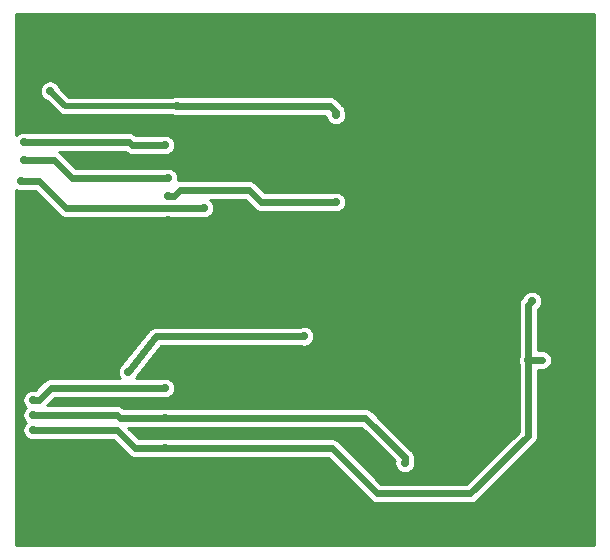
<source format=gbl>
G04 #@! TF.GenerationSoftware,KiCad,Pcbnew,5.1.5-52549c5~86~ubuntu18.04.1*
G04 #@! TF.CreationDate,2020-12-30T12:38:52-08:00*
G04 #@! TF.ProjectId,Atmel_Adapter_rev02,41746d65-6c5f-4416-9461-707465725f72,rev?*
G04 #@! TF.SameCoordinates,Original*
G04 #@! TF.FileFunction,Copper,L2,Bot*
G04 #@! TF.FilePolarity,Positive*
%FSLAX46Y46*%
G04 Gerber Fmt 4.6, Leading zero omitted, Abs format (unit mm)*
G04 Created by KiCad (PCBNEW 5.1.5-52549c5~86~ubuntu18.04.1) date 2020-12-30 12:38:52*
%MOMM*%
%LPD*%
G04 APERTURE LIST*
%ADD10C,0.700000*%
%ADD11C,0.600000*%
%ADD12C,0.500000*%
%ADD13C,0.254000*%
G04 APERTURE END LIST*
D10*
X119380000Y-73914000D03*
X133604000Y-74422000D03*
X119380000Y-75946000D03*
X133858000Y-77216000D03*
X119126000Y-71120000D03*
X133604000Y-71882000D03*
X119380000Y-68326000D03*
X133604000Y-69342000D03*
X107200000Y-60700000D03*
X106934000Y-72644000D03*
X122428000Y-74930000D03*
X107188000Y-69342000D03*
X119126000Y-69596000D03*
X107188000Y-70866000D03*
X119380000Y-72390000D03*
X120142000Y-66294000D03*
X133604000Y-67056000D03*
X109400000Y-65000000D03*
X116000000Y-88800000D03*
X130900000Y-85800000D03*
X107950000Y-92456000D03*
X119126000Y-92710000D03*
X139446000Y-96520000D03*
X107950000Y-91186000D03*
X119126000Y-90170000D03*
X107950000Y-93726000D03*
X119126000Y-95250000D03*
X149900000Y-87800000D03*
X150200000Y-82800000D03*
D11*
X119874974Y-73914000D02*
X120382974Y-73406000D01*
X119380000Y-73914000D02*
X119874974Y-73914000D01*
X120382974Y-73406000D02*
X126238000Y-73406000D01*
X126238000Y-73406000D02*
X127254000Y-74422000D01*
X127254000Y-74422000D02*
X133604000Y-74422000D01*
X119380000Y-75946000D02*
X121158000Y-75946000D01*
X121158000Y-75946000D02*
X122428000Y-77216000D01*
X122428000Y-77216000D02*
X133858000Y-77216000D01*
X119126000Y-71120000D02*
X119620974Y-71120000D01*
X119620974Y-71120000D02*
X126492000Y-71120000D01*
X126492000Y-71120000D02*
X127254000Y-71882000D01*
X127254000Y-71882000D02*
X133604000Y-71882000D01*
X119380000Y-68326000D02*
X123190000Y-68326000D01*
X123190000Y-68326000D02*
X124206000Y-69342000D01*
X124206000Y-69342000D02*
X133604000Y-69342000D01*
D12*
X107200000Y-60700000D02*
X107200000Y-65850000D01*
X107200000Y-65850000D02*
X108750000Y-67400000D01*
X108750000Y-67400000D02*
X117150000Y-67400000D01*
X118076000Y-68326000D02*
X119380000Y-68326000D01*
X117150000Y-67400000D02*
X118076000Y-68326000D01*
D11*
X108458000Y-72644000D02*
X106934000Y-72644000D01*
X110744000Y-74930000D02*
X108458000Y-72644000D01*
X117070000Y-74930000D02*
X110744000Y-74930000D01*
X122428000Y-74930000D02*
X117070000Y-74930000D01*
X107188000Y-69342000D02*
X116078000Y-69342000D01*
X116078000Y-69342000D02*
X116332000Y-69596000D01*
X116332000Y-69596000D02*
X119126000Y-69596000D01*
X107188000Y-70866000D02*
X109728000Y-70866000D01*
X109728000Y-70866000D02*
X111252000Y-72390000D01*
X111252000Y-72390000D02*
X119380000Y-72390000D01*
X120142000Y-66294000D02*
X133096000Y-66294000D01*
X133096000Y-66294000D02*
X133604000Y-66802000D01*
X133604000Y-66802000D02*
X133604000Y-67056000D01*
D12*
X110694000Y-66294000D02*
X120142000Y-66294000D01*
X109400000Y-65000000D02*
X110694000Y-66294000D01*
D11*
X118400000Y-85800000D02*
X116000000Y-88800000D01*
X130900000Y-85800000D02*
X118400000Y-85800000D01*
X107950000Y-92456000D02*
X115062000Y-92456000D01*
X115062000Y-92456000D02*
X115316000Y-92710000D01*
X115316000Y-92710000D02*
X119126000Y-92710000D01*
X139446000Y-96520000D02*
X139446000Y-96025026D01*
X136110000Y-92710000D02*
X136600000Y-93200000D01*
X139446000Y-96025026D02*
X136600000Y-93200000D01*
X119126000Y-92710000D02*
X136110000Y-92710000D01*
X108444974Y-91186000D02*
X109460974Y-90170000D01*
X107950000Y-91186000D02*
X108444974Y-91186000D01*
X109460974Y-90170000D02*
X119126000Y-90170000D01*
X107950000Y-93726000D02*
X115062000Y-93726000D01*
X115062000Y-93726000D02*
X116586000Y-95250000D01*
X116586000Y-95250000D02*
X119126000Y-95250000D01*
X119126000Y-95250000D02*
X133250000Y-95250000D01*
X133250000Y-95250000D02*
X137100000Y-99100000D01*
X137100000Y-99100000D02*
X145000000Y-99100000D01*
X145000000Y-99100000D02*
X149900000Y-94200000D01*
X149900000Y-94200000D02*
X149900000Y-87800000D01*
X149900000Y-87800000D02*
X151100000Y-87800000D01*
X149900000Y-87800000D02*
X149900000Y-83100000D01*
X149900000Y-83100000D02*
X150200000Y-82800000D01*
D13*
G36*
X155473000Y-103473000D02*
G01*
X106527000Y-103473000D01*
X106527000Y-91099623D01*
X107073000Y-91099623D01*
X107073000Y-91272377D01*
X107106703Y-91441811D01*
X107172813Y-91601415D01*
X107268790Y-91745055D01*
X107344735Y-91821000D01*
X107268790Y-91896945D01*
X107172813Y-92040585D01*
X107106703Y-92200189D01*
X107073000Y-92369623D01*
X107073000Y-92542377D01*
X107106703Y-92711811D01*
X107172813Y-92871415D01*
X107268790Y-93015055D01*
X107344735Y-93091000D01*
X107268790Y-93166945D01*
X107172813Y-93310585D01*
X107106703Y-93470189D01*
X107073000Y-93639623D01*
X107073000Y-93812377D01*
X107106703Y-93981811D01*
X107172813Y-94141415D01*
X107268790Y-94285055D01*
X107390945Y-94407210D01*
X107534585Y-94503187D01*
X107694189Y-94569297D01*
X107863623Y-94603000D01*
X108036377Y-94603000D01*
X108205811Y-94569297D01*
X108245156Y-94553000D01*
X114719447Y-94553000D01*
X115972503Y-95806058D01*
X115998394Y-95837606D01*
X116029941Y-95863496D01*
X116029947Y-95863502D01*
X116124319Y-95940951D01*
X116124321Y-95940952D01*
X116267990Y-96017745D01*
X116423880Y-96065034D01*
X116545376Y-96077000D01*
X116545388Y-96077000D01*
X116585999Y-96081000D01*
X116626610Y-96077000D01*
X118830844Y-96077000D01*
X118870189Y-96093297D01*
X119039623Y-96127000D01*
X119212377Y-96127000D01*
X119381811Y-96093297D01*
X119421156Y-96077000D01*
X132907447Y-96077000D01*
X136486499Y-99656053D01*
X136512394Y-99687606D01*
X136543947Y-99713501D01*
X136543948Y-99713502D01*
X136638319Y-99790952D01*
X136738407Y-99844450D01*
X136781990Y-99867745D01*
X136937880Y-99915034D01*
X137059376Y-99927000D01*
X137059385Y-99927000D01*
X137099999Y-99931000D01*
X137140613Y-99927000D01*
X144959386Y-99927000D01*
X145000000Y-99931000D01*
X145040614Y-99927000D01*
X145040624Y-99927000D01*
X145162120Y-99915034D01*
X145318010Y-99867745D01*
X145461679Y-99790952D01*
X145587606Y-99687606D01*
X145613505Y-99656048D01*
X150456060Y-94813495D01*
X150487606Y-94787606D01*
X150513496Y-94756059D01*
X150513502Y-94756053D01*
X150590951Y-94661681D01*
X150640602Y-94568790D01*
X150667745Y-94518010D01*
X150715034Y-94362120D01*
X150727000Y-94240624D01*
X150727000Y-94240612D01*
X150731000Y-94200001D01*
X150727000Y-94159390D01*
X150727000Y-88627000D01*
X151140624Y-88627000D01*
X151262120Y-88615034D01*
X151418010Y-88567745D01*
X151561679Y-88490952D01*
X151687606Y-88387606D01*
X151790952Y-88261679D01*
X151867745Y-88118010D01*
X151915034Y-87962120D01*
X151931001Y-87800000D01*
X151915034Y-87637880D01*
X151867745Y-87481990D01*
X151790952Y-87338321D01*
X151687606Y-87212394D01*
X151561679Y-87109048D01*
X151418010Y-87032255D01*
X151262120Y-86984966D01*
X151140624Y-86973000D01*
X150727000Y-86973000D01*
X150727000Y-83502628D01*
X150759055Y-83481210D01*
X150881210Y-83359055D01*
X150977187Y-83215415D01*
X151043297Y-83055811D01*
X151077000Y-82886377D01*
X151077000Y-82713623D01*
X151043297Y-82544189D01*
X150977187Y-82384585D01*
X150881210Y-82240945D01*
X150759055Y-82118790D01*
X150615415Y-82022813D01*
X150455811Y-81956703D01*
X150286377Y-81923000D01*
X150113623Y-81923000D01*
X149944189Y-81956703D01*
X149784585Y-82022813D01*
X149640945Y-82118790D01*
X149518790Y-82240945D01*
X149422813Y-82384585D01*
X149406515Y-82423932D01*
X149343948Y-82486499D01*
X149312395Y-82512394D01*
X149286500Y-82543947D01*
X149286498Y-82543949D01*
X149209048Y-82638321D01*
X149132256Y-82781990D01*
X149084967Y-82937880D01*
X149069000Y-83100000D01*
X149073001Y-83140624D01*
X149073000Y-87504844D01*
X149056703Y-87544189D01*
X149023000Y-87713623D01*
X149023000Y-87886377D01*
X149056703Y-88055811D01*
X149073001Y-88095158D01*
X149073000Y-93857445D01*
X144657447Y-98273000D01*
X137442554Y-98273000D01*
X133863505Y-94693952D01*
X133837606Y-94662394D01*
X133711679Y-94559048D01*
X133568010Y-94482255D01*
X133412120Y-94434966D01*
X133290624Y-94423000D01*
X133290614Y-94423000D01*
X133250000Y-94419000D01*
X133209386Y-94423000D01*
X119421156Y-94423000D01*
X119381811Y-94406703D01*
X119212377Y-94373000D01*
X119039623Y-94373000D01*
X118870189Y-94406703D01*
X118830844Y-94423000D01*
X116928555Y-94423000D01*
X116042554Y-93537000D01*
X118830844Y-93537000D01*
X118870189Y-93553297D01*
X119039623Y-93587000D01*
X119212377Y-93587000D01*
X119381811Y-93553297D01*
X119421156Y-93537000D01*
X135767447Y-93537000D01*
X135987583Y-93757137D01*
X135988558Y-93758316D01*
X136016247Y-93785801D01*
X136043949Y-93813503D01*
X136045137Y-93814478D01*
X138587917Y-96338520D01*
X138569000Y-96433623D01*
X138569000Y-96606377D01*
X138602703Y-96775811D01*
X138668813Y-96935415D01*
X138764790Y-97079055D01*
X138886945Y-97201210D01*
X139030585Y-97297187D01*
X139190189Y-97363297D01*
X139359623Y-97397000D01*
X139532377Y-97397000D01*
X139701811Y-97363297D01*
X139861415Y-97297187D01*
X140005055Y-97201210D01*
X140127210Y-97079055D01*
X140223187Y-96935415D01*
X140289297Y-96775811D01*
X140323000Y-96606377D01*
X140323000Y-96433623D01*
X140289297Y-96264189D01*
X140273000Y-96224844D01*
X140273000Y-96064101D01*
X140276994Y-96021952D01*
X140268908Y-95942849D01*
X140261034Y-95862906D01*
X140260583Y-95861420D01*
X140260427Y-95859892D01*
X140237009Y-95783708D01*
X140213745Y-95707016D01*
X140213017Y-95705654D01*
X140212563Y-95704177D01*
X140174601Y-95633783D01*
X140136952Y-95563347D01*
X140135973Y-95562154D01*
X140135239Y-95560793D01*
X140084228Y-95499102D01*
X140033606Y-95437420D01*
X140000871Y-95410555D01*
X137183624Y-92614070D01*
X136723505Y-92153952D01*
X136697606Y-92122394D01*
X136571679Y-92019048D01*
X136428010Y-91942255D01*
X136272120Y-91894966D01*
X136150624Y-91883000D01*
X136150614Y-91883000D01*
X136110000Y-91879000D01*
X136069386Y-91883000D01*
X119421156Y-91883000D01*
X119381811Y-91866703D01*
X119212377Y-91833000D01*
X119039623Y-91833000D01*
X118870189Y-91866703D01*
X118830844Y-91883000D01*
X115661593Y-91883000D01*
X115649606Y-91868394D01*
X115523679Y-91765048D01*
X115380010Y-91688255D01*
X115224120Y-91640966D01*
X115102624Y-91629000D01*
X115102614Y-91629000D01*
X115062000Y-91625000D01*
X115021386Y-91629000D01*
X109171527Y-91629000D01*
X109803528Y-90997000D01*
X118830844Y-90997000D01*
X118870189Y-91013297D01*
X119039623Y-91047000D01*
X119212377Y-91047000D01*
X119381811Y-91013297D01*
X119541415Y-90947187D01*
X119685055Y-90851210D01*
X119807210Y-90729055D01*
X119903187Y-90585415D01*
X119969297Y-90425811D01*
X120003000Y-90256377D01*
X120003000Y-90083623D01*
X119969297Y-89914189D01*
X119903187Y-89754585D01*
X119807210Y-89610945D01*
X119685055Y-89488790D01*
X119541415Y-89392813D01*
X119381811Y-89326703D01*
X119212377Y-89293000D01*
X119039623Y-89293000D01*
X118870189Y-89326703D01*
X118830844Y-89343000D01*
X116691938Y-89343000D01*
X116777187Y-89215415D01*
X116831347Y-89084660D01*
X118797477Y-86627000D01*
X130604844Y-86627000D01*
X130644189Y-86643297D01*
X130813623Y-86677000D01*
X130986377Y-86677000D01*
X131155811Y-86643297D01*
X131315415Y-86577187D01*
X131459055Y-86481210D01*
X131581210Y-86359055D01*
X131677187Y-86215415D01*
X131743297Y-86055811D01*
X131777000Y-85886377D01*
X131777000Y-85713623D01*
X131743297Y-85544189D01*
X131677187Y-85384585D01*
X131581210Y-85240945D01*
X131459055Y-85118790D01*
X131315415Y-85022813D01*
X131155811Y-84956703D01*
X130986377Y-84923000D01*
X130813623Y-84923000D01*
X130644189Y-84956703D01*
X130604844Y-84973000D01*
X118476237Y-84973000D01*
X118471123Y-84972049D01*
X118394925Y-84973000D01*
X118359376Y-84973000D01*
X118354217Y-84973508D01*
X118308231Y-84974082D01*
X118273363Y-84981471D01*
X118237880Y-84984966D01*
X118193856Y-84998321D01*
X118148866Y-85007855D01*
X118116108Y-85021905D01*
X118081990Y-85032255D01*
X118041420Y-85053940D01*
X117999151Y-85072070D01*
X117969760Y-85092243D01*
X117938321Y-85109048D01*
X117902769Y-85138225D01*
X117864841Y-85164258D01*
X117839945Y-85189783D01*
X117812394Y-85212394D01*
X117783220Y-85247942D01*
X117779599Y-85251655D01*
X117757388Y-85279419D01*
X117709048Y-85338321D01*
X117706595Y-85342910D01*
X115537510Y-88054268D01*
X115440945Y-88118790D01*
X115318790Y-88240945D01*
X115222813Y-88384585D01*
X115156703Y-88544189D01*
X115123000Y-88713623D01*
X115123000Y-88886377D01*
X115156703Y-89055811D01*
X115222813Y-89215415D01*
X115308062Y-89343000D01*
X109501588Y-89343000D01*
X109460974Y-89339000D01*
X109420360Y-89343000D01*
X109420350Y-89343000D01*
X109298854Y-89354966D01*
X109142964Y-89402255D01*
X109076087Y-89438002D01*
X108999294Y-89479048D01*
X108939732Y-89527930D01*
X108873368Y-89582394D01*
X108847473Y-89613947D01*
X108133168Y-90328253D01*
X108036377Y-90309000D01*
X107863623Y-90309000D01*
X107694189Y-90342703D01*
X107534585Y-90408813D01*
X107390945Y-90504790D01*
X107268790Y-90626945D01*
X107172813Y-90770585D01*
X107106703Y-90930189D01*
X107073000Y-91099623D01*
X106527000Y-91099623D01*
X106527000Y-73424673D01*
X106678189Y-73487297D01*
X106847623Y-73521000D01*
X107020377Y-73521000D01*
X107189811Y-73487297D01*
X107229156Y-73471000D01*
X108115447Y-73471000D01*
X110130499Y-75486053D01*
X110156394Y-75517606D01*
X110187947Y-75543501D01*
X110187948Y-75543502D01*
X110282319Y-75620952D01*
X110382407Y-75674450D01*
X110425990Y-75697745D01*
X110581880Y-75745034D01*
X110703376Y-75757000D01*
X110703385Y-75757000D01*
X110743999Y-75761000D01*
X110784613Y-75757000D01*
X122132844Y-75757000D01*
X122172189Y-75773297D01*
X122341623Y-75807000D01*
X122514377Y-75807000D01*
X122683811Y-75773297D01*
X122843415Y-75707187D01*
X122987055Y-75611210D01*
X123109210Y-75489055D01*
X123205187Y-75345415D01*
X123271297Y-75185811D01*
X123305000Y-75016377D01*
X123305000Y-74843623D01*
X123271297Y-74674189D01*
X123205187Y-74514585D01*
X123109210Y-74370945D01*
X122987055Y-74248790D01*
X122963424Y-74233000D01*
X125895447Y-74233000D01*
X126640499Y-74978053D01*
X126666394Y-75009606D01*
X126697947Y-75035501D01*
X126697948Y-75035502D01*
X126792320Y-75112952D01*
X126869113Y-75153998D01*
X126935990Y-75189745D01*
X127091880Y-75237034D01*
X127213376Y-75249000D01*
X127213386Y-75249000D01*
X127254000Y-75253000D01*
X127294614Y-75249000D01*
X133308844Y-75249000D01*
X133348189Y-75265297D01*
X133517623Y-75299000D01*
X133690377Y-75299000D01*
X133859811Y-75265297D01*
X134019415Y-75199187D01*
X134163055Y-75103210D01*
X134285210Y-74981055D01*
X134381187Y-74837415D01*
X134447297Y-74677811D01*
X134481000Y-74508377D01*
X134481000Y-74335623D01*
X134447297Y-74166189D01*
X134381187Y-74006585D01*
X134285210Y-73862945D01*
X134163055Y-73740790D01*
X134019415Y-73644813D01*
X133859811Y-73578703D01*
X133690377Y-73545000D01*
X133517623Y-73545000D01*
X133348189Y-73578703D01*
X133308844Y-73595000D01*
X127596554Y-73595000D01*
X126851505Y-72849952D01*
X126825606Y-72818394D01*
X126699679Y-72715048D01*
X126556010Y-72638255D01*
X126400120Y-72590966D01*
X126278624Y-72579000D01*
X126278614Y-72579000D01*
X126238000Y-72575000D01*
X126197386Y-72579000D01*
X120423584Y-72579000D01*
X120382973Y-72575000D01*
X120342362Y-72579000D01*
X120342350Y-72579000D01*
X120234473Y-72589625D01*
X120257000Y-72476377D01*
X120257000Y-72303623D01*
X120223297Y-72134189D01*
X120157187Y-71974585D01*
X120061210Y-71830945D01*
X119939055Y-71708790D01*
X119795415Y-71612813D01*
X119635811Y-71546703D01*
X119466377Y-71513000D01*
X119293623Y-71513000D01*
X119124189Y-71546703D01*
X119084844Y-71563000D01*
X111594555Y-71563000D01*
X110341505Y-70309952D01*
X110315606Y-70278394D01*
X110189679Y-70175048D01*
X110178364Y-70169000D01*
X115732407Y-70169000D01*
X115744394Y-70183606D01*
X115787522Y-70219000D01*
X115870320Y-70286952D01*
X115907725Y-70306945D01*
X116013990Y-70363745D01*
X116169880Y-70411034D01*
X116291376Y-70423000D01*
X116291385Y-70423000D01*
X116331999Y-70427000D01*
X116372613Y-70423000D01*
X118830844Y-70423000D01*
X118870189Y-70439297D01*
X119039623Y-70473000D01*
X119212377Y-70473000D01*
X119381811Y-70439297D01*
X119541415Y-70373187D01*
X119685055Y-70277210D01*
X119807210Y-70155055D01*
X119903187Y-70011415D01*
X119969297Y-69851811D01*
X120003000Y-69682377D01*
X120003000Y-69509623D01*
X119969297Y-69340189D01*
X119903187Y-69180585D01*
X119807210Y-69036945D01*
X119685055Y-68914790D01*
X119541415Y-68818813D01*
X119381811Y-68752703D01*
X119212377Y-68719000D01*
X119039623Y-68719000D01*
X118870189Y-68752703D01*
X118830844Y-68769000D01*
X116677593Y-68769000D01*
X116665606Y-68754394D01*
X116539679Y-68651048D01*
X116396010Y-68574255D01*
X116240120Y-68526966D01*
X116118624Y-68515000D01*
X116118614Y-68515000D01*
X116078000Y-68511000D01*
X116037386Y-68515000D01*
X107483156Y-68515000D01*
X107443811Y-68498703D01*
X107274377Y-68465000D01*
X107101623Y-68465000D01*
X106932189Y-68498703D01*
X106772585Y-68564813D01*
X106628945Y-68660790D01*
X106527000Y-68762735D01*
X106527000Y-64913623D01*
X108523000Y-64913623D01*
X108523000Y-65086377D01*
X108556703Y-65255811D01*
X108622813Y-65415415D01*
X108718790Y-65559055D01*
X108840945Y-65681210D01*
X108984585Y-65777187D01*
X109144189Y-65843297D01*
X109144520Y-65843363D01*
X110117592Y-66816436D01*
X110141920Y-66846080D01*
X110171564Y-66870408D01*
X110171565Y-66870409D01*
X110260233Y-66943177D01*
X110395216Y-67015327D01*
X110541681Y-67059757D01*
X110655834Y-67071000D01*
X110655843Y-67071000D01*
X110693999Y-67074758D01*
X110732155Y-67071000D01*
X119726305Y-67071000D01*
X119726585Y-67071187D01*
X119886189Y-67137297D01*
X120055623Y-67171000D01*
X120228377Y-67171000D01*
X120397811Y-67137297D01*
X120437156Y-67121000D01*
X132727000Y-67121000D01*
X132727000Y-67142377D01*
X132760703Y-67311811D01*
X132826813Y-67471415D01*
X132922790Y-67615055D01*
X133044945Y-67737210D01*
X133188585Y-67833187D01*
X133348189Y-67899297D01*
X133517623Y-67933000D01*
X133690377Y-67933000D01*
X133859811Y-67899297D01*
X134019415Y-67833187D01*
X134163055Y-67737210D01*
X134285210Y-67615055D01*
X134381187Y-67471415D01*
X134447297Y-67311811D01*
X134481000Y-67142377D01*
X134481000Y-66969623D01*
X134447297Y-66800189D01*
X134430931Y-66760679D01*
X134419034Y-66639880D01*
X134371745Y-66483990D01*
X134351609Y-66446318D01*
X134294951Y-66340319D01*
X134217502Y-66245948D01*
X134217501Y-66245947D01*
X134191606Y-66214394D01*
X134160054Y-66188500D01*
X133709505Y-65737952D01*
X133683606Y-65706394D01*
X133557679Y-65603048D01*
X133414010Y-65526255D01*
X133258120Y-65478966D01*
X133136624Y-65467000D01*
X133136614Y-65467000D01*
X133096000Y-65463000D01*
X133055386Y-65467000D01*
X120437156Y-65467000D01*
X120397811Y-65450703D01*
X120228377Y-65417000D01*
X120055623Y-65417000D01*
X119886189Y-65450703D01*
X119726585Y-65516813D01*
X119726305Y-65517000D01*
X111015844Y-65517000D01*
X110243363Y-64744520D01*
X110243297Y-64744189D01*
X110177187Y-64584585D01*
X110081210Y-64440945D01*
X109959055Y-64318790D01*
X109815415Y-64222813D01*
X109655811Y-64156703D01*
X109486377Y-64123000D01*
X109313623Y-64123000D01*
X109144189Y-64156703D01*
X108984585Y-64222813D01*
X108840945Y-64318790D01*
X108718790Y-64440945D01*
X108622813Y-64584585D01*
X108556703Y-64744189D01*
X108523000Y-64913623D01*
X106527000Y-64913623D01*
X106527000Y-58527000D01*
X155473001Y-58527000D01*
X155473000Y-103473000D01*
G37*
X155473000Y-103473000D02*
X106527000Y-103473000D01*
X106527000Y-91099623D01*
X107073000Y-91099623D01*
X107073000Y-91272377D01*
X107106703Y-91441811D01*
X107172813Y-91601415D01*
X107268790Y-91745055D01*
X107344735Y-91821000D01*
X107268790Y-91896945D01*
X107172813Y-92040585D01*
X107106703Y-92200189D01*
X107073000Y-92369623D01*
X107073000Y-92542377D01*
X107106703Y-92711811D01*
X107172813Y-92871415D01*
X107268790Y-93015055D01*
X107344735Y-93091000D01*
X107268790Y-93166945D01*
X107172813Y-93310585D01*
X107106703Y-93470189D01*
X107073000Y-93639623D01*
X107073000Y-93812377D01*
X107106703Y-93981811D01*
X107172813Y-94141415D01*
X107268790Y-94285055D01*
X107390945Y-94407210D01*
X107534585Y-94503187D01*
X107694189Y-94569297D01*
X107863623Y-94603000D01*
X108036377Y-94603000D01*
X108205811Y-94569297D01*
X108245156Y-94553000D01*
X114719447Y-94553000D01*
X115972503Y-95806058D01*
X115998394Y-95837606D01*
X116029941Y-95863496D01*
X116029947Y-95863502D01*
X116124319Y-95940951D01*
X116124321Y-95940952D01*
X116267990Y-96017745D01*
X116423880Y-96065034D01*
X116545376Y-96077000D01*
X116545388Y-96077000D01*
X116585999Y-96081000D01*
X116626610Y-96077000D01*
X118830844Y-96077000D01*
X118870189Y-96093297D01*
X119039623Y-96127000D01*
X119212377Y-96127000D01*
X119381811Y-96093297D01*
X119421156Y-96077000D01*
X132907447Y-96077000D01*
X136486499Y-99656053D01*
X136512394Y-99687606D01*
X136543947Y-99713501D01*
X136543948Y-99713502D01*
X136638319Y-99790952D01*
X136738407Y-99844450D01*
X136781990Y-99867745D01*
X136937880Y-99915034D01*
X137059376Y-99927000D01*
X137059385Y-99927000D01*
X137099999Y-99931000D01*
X137140613Y-99927000D01*
X144959386Y-99927000D01*
X145000000Y-99931000D01*
X145040614Y-99927000D01*
X145040624Y-99927000D01*
X145162120Y-99915034D01*
X145318010Y-99867745D01*
X145461679Y-99790952D01*
X145587606Y-99687606D01*
X145613505Y-99656048D01*
X150456060Y-94813495D01*
X150487606Y-94787606D01*
X150513496Y-94756059D01*
X150513502Y-94756053D01*
X150590951Y-94661681D01*
X150640602Y-94568790D01*
X150667745Y-94518010D01*
X150715034Y-94362120D01*
X150727000Y-94240624D01*
X150727000Y-94240612D01*
X150731000Y-94200001D01*
X150727000Y-94159390D01*
X150727000Y-88627000D01*
X151140624Y-88627000D01*
X151262120Y-88615034D01*
X151418010Y-88567745D01*
X151561679Y-88490952D01*
X151687606Y-88387606D01*
X151790952Y-88261679D01*
X151867745Y-88118010D01*
X151915034Y-87962120D01*
X151931001Y-87800000D01*
X151915034Y-87637880D01*
X151867745Y-87481990D01*
X151790952Y-87338321D01*
X151687606Y-87212394D01*
X151561679Y-87109048D01*
X151418010Y-87032255D01*
X151262120Y-86984966D01*
X151140624Y-86973000D01*
X150727000Y-86973000D01*
X150727000Y-83502628D01*
X150759055Y-83481210D01*
X150881210Y-83359055D01*
X150977187Y-83215415D01*
X151043297Y-83055811D01*
X151077000Y-82886377D01*
X151077000Y-82713623D01*
X151043297Y-82544189D01*
X150977187Y-82384585D01*
X150881210Y-82240945D01*
X150759055Y-82118790D01*
X150615415Y-82022813D01*
X150455811Y-81956703D01*
X150286377Y-81923000D01*
X150113623Y-81923000D01*
X149944189Y-81956703D01*
X149784585Y-82022813D01*
X149640945Y-82118790D01*
X149518790Y-82240945D01*
X149422813Y-82384585D01*
X149406515Y-82423932D01*
X149343948Y-82486499D01*
X149312395Y-82512394D01*
X149286500Y-82543947D01*
X149286498Y-82543949D01*
X149209048Y-82638321D01*
X149132256Y-82781990D01*
X149084967Y-82937880D01*
X149069000Y-83100000D01*
X149073001Y-83140624D01*
X149073000Y-87504844D01*
X149056703Y-87544189D01*
X149023000Y-87713623D01*
X149023000Y-87886377D01*
X149056703Y-88055811D01*
X149073001Y-88095158D01*
X149073000Y-93857445D01*
X144657447Y-98273000D01*
X137442554Y-98273000D01*
X133863505Y-94693952D01*
X133837606Y-94662394D01*
X133711679Y-94559048D01*
X133568010Y-94482255D01*
X133412120Y-94434966D01*
X133290624Y-94423000D01*
X133290614Y-94423000D01*
X133250000Y-94419000D01*
X133209386Y-94423000D01*
X119421156Y-94423000D01*
X119381811Y-94406703D01*
X119212377Y-94373000D01*
X119039623Y-94373000D01*
X118870189Y-94406703D01*
X118830844Y-94423000D01*
X116928555Y-94423000D01*
X116042554Y-93537000D01*
X118830844Y-93537000D01*
X118870189Y-93553297D01*
X119039623Y-93587000D01*
X119212377Y-93587000D01*
X119381811Y-93553297D01*
X119421156Y-93537000D01*
X135767447Y-93537000D01*
X135987583Y-93757137D01*
X135988558Y-93758316D01*
X136016247Y-93785801D01*
X136043949Y-93813503D01*
X136045137Y-93814478D01*
X138587917Y-96338520D01*
X138569000Y-96433623D01*
X138569000Y-96606377D01*
X138602703Y-96775811D01*
X138668813Y-96935415D01*
X138764790Y-97079055D01*
X138886945Y-97201210D01*
X139030585Y-97297187D01*
X139190189Y-97363297D01*
X139359623Y-97397000D01*
X139532377Y-97397000D01*
X139701811Y-97363297D01*
X139861415Y-97297187D01*
X140005055Y-97201210D01*
X140127210Y-97079055D01*
X140223187Y-96935415D01*
X140289297Y-96775811D01*
X140323000Y-96606377D01*
X140323000Y-96433623D01*
X140289297Y-96264189D01*
X140273000Y-96224844D01*
X140273000Y-96064101D01*
X140276994Y-96021952D01*
X140268908Y-95942849D01*
X140261034Y-95862906D01*
X140260583Y-95861420D01*
X140260427Y-95859892D01*
X140237009Y-95783708D01*
X140213745Y-95707016D01*
X140213017Y-95705654D01*
X140212563Y-95704177D01*
X140174601Y-95633783D01*
X140136952Y-95563347D01*
X140135973Y-95562154D01*
X140135239Y-95560793D01*
X140084228Y-95499102D01*
X140033606Y-95437420D01*
X140000871Y-95410555D01*
X137183624Y-92614070D01*
X136723505Y-92153952D01*
X136697606Y-92122394D01*
X136571679Y-92019048D01*
X136428010Y-91942255D01*
X136272120Y-91894966D01*
X136150624Y-91883000D01*
X136150614Y-91883000D01*
X136110000Y-91879000D01*
X136069386Y-91883000D01*
X119421156Y-91883000D01*
X119381811Y-91866703D01*
X119212377Y-91833000D01*
X119039623Y-91833000D01*
X118870189Y-91866703D01*
X118830844Y-91883000D01*
X115661593Y-91883000D01*
X115649606Y-91868394D01*
X115523679Y-91765048D01*
X115380010Y-91688255D01*
X115224120Y-91640966D01*
X115102624Y-91629000D01*
X115102614Y-91629000D01*
X115062000Y-91625000D01*
X115021386Y-91629000D01*
X109171527Y-91629000D01*
X109803528Y-90997000D01*
X118830844Y-90997000D01*
X118870189Y-91013297D01*
X119039623Y-91047000D01*
X119212377Y-91047000D01*
X119381811Y-91013297D01*
X119541415Y-90947187D01*
X119685055Y-90851210D01*
X119807210Y-90729055D01*
X119903187Y-90585415D01*
X119969297Y-90425811D01*
X120003000Y-90256377D01*
X120003000Y-90083623D01*
X119969297Y-89914189D01*
X119903187Y-89754585D01*
X119807210Y-89610945D01*
X119685055Y-89488790D01*
X119541415Y-89392813D01*
X119381811Y-89326703D01*
X119212377Y-89293000D01*
X119039623Y-89293000D01*
X118870189Y-89326703D01*
X118830844Y-89343000D01*
X116691938Y-89343000D01*
X116777187Y-89215415D01*
X116831347Y-89084660D01*
X118797477Y-86627000D01*
X130604844Y-86627000D01*
X130644189Y-86643297D01*
X130813623Y-86677000D01*
X130986377Y-86677000D01*
X131155811Y-86643297D01*
X131315415Y-86577187D01*
X131459055Y-86481210D01*
X131581210Y-86359055D01*
X131677187Y-86215415D01*
X131743297Y-86055811D01*
X131777000Y-85886377D01*
X131777000Y-85713623D01*
X131743297Y-85544189D01*
X131677187Y-85384585D01*
X131581210Y-85240945D01*
X131459055Y-85118790D01*
X131315415Y-85022813D01*
X131155811Y-84956703D01*
X130986377Y-84923000D01*
X130813623Y-84923000D01*
X130644189Y-84956703D01*
X130604844Y-84973000D01*
X118476237Y-84973000D01*
X118471123Y-84972049D01*
X118394925Y-84973000D01*
X118359376Y-84973000D01*
X118354217Y-84973508D01*
X118308231Y-84974082D01*
X118273363Y-84981471D01*
X118237880Y-84984966D01*
X118193856Y-84998321D01*
X118148866Y-85007855D01*
X118116108Y-85021905D01*
X118081990Y-85032255D01*
X118041420Y-85053940D01*
X117999151Y-85072070D01*
X117969760Y-85092243D01*
X117938321Y-85109048D01*
X117902769Y-85138225D01*
X117864841Y-85164258D01*
X117839945Y-85189783D01*
X117812394Y-85212394D01*
X117783220Y-85247942D01*
X117779599Y-85251655D01*
X117757388Y-85279419D01*
X117709048Y-85338321D01*
X117706595Y-85342910D01*
X115537510Y-88054268D01*
X115440945Y-88118790D01*
X115318790Y-88240945D01*
X115222813Y-88384585D01*
X115156703Y-88544189D01*
X115123000Y-88713623D01*
X115123000Y-88886377D01*
X115156703Y-89055811D01*
X115222813Y-89215415D01*
X115308062Y-89343000D01*
X109501588Y-89343000D01*
X109460974Y-89339000D01*
X109420360Y-89343000D01*
X109420350Y-89343000D01*
X109298854Y-89354966D01*
X109142964Y-89402255D01*
X109076087Y-89438002D01*
X108999294Y-89479048D01*
X108939732Y-89527930D01*
X108873368Y-89582394D01*
X108847473Y-89613947D01*
X108133168Y-90328253D01*
X108036377Y-90309000D01*
X107863623Y-90309000D01*
X107694189Y-90342703D01*
X107534585Y-90408813D01*
X107390945Y-90504790D01*
X107268790Y-90626945D01*
X107172813Y-90770585D01*
X107106703Y-90930189D01*
X107073000Y-91099623D01*
X106527000Y-91099623D01*
X106527000Y-73424673D01*
X106678189Y-73487297D01*
X106847623Y-73521000D01*
X107020377Y-73521000D01*
X107189811Y-73487297D01*
X107229156Y-73471000D01*
X108115447Y-73471000D01*
X110130499Y-75486053D01*
X110156394Y-75517606D01*
X110187947Y-75543501D01*
X110187948Y-75543502D01*
X110282319Y-75620952D01*
X110382407Y-75674450D01*
X110425990Y-75697745D01*
X110581880Y-75745034D01*
X110703376Y-75757000D01*
X110703385Y-75757000D01*
X110743999Y-75761000D01*
X110784613Y-75757000D01*
X122132844Y-75757000D01*
X122172189Y-75773297D01*
X122341623Y-75807000D01*
X122514377Y-75807000D01*
X122683811Y-75773297D01*
X122843415Y-75707187D01*
X122987055Y-75611210D01*
X123109210Y-75489055D01*
X123205187Y-75345415D01*
X123271297Y-75185811D01*
X123305000Y-75016377D01*
X123305000Y-74843623D01*
X123271297Y-74674189D01*
X123205187Y-74514585D01*
X123109210Y-74370945D01*
X122987055Y-74248790D01*
X122963424Y-74233000D01*
X125895447Y-74233000D01*
X126640499Y-74978053D01*
X126666394Y-75009606D01*
X126697947Y-75035501D01*
X126697948Y-75035502D01*
X126792320Y-75112952D01*
X126869113Y-75153998D01*
X126935990Y-75189745D01*
X127091880Y-75237034D01*
X127213376Y-75249000D01*
X127213386Y-75249000D01*
X127254000Y-75253000D01*
X127294614Y-75249000D01*
X133308844Y-75249000D01*
X133348189Y-75265297D01*
X133517623Y-75299000D01*
X133690377Y-75299000D01*
X133859811Y-75265297D01*
X134019415Y-75199187D01*
X134163055Y-75103210D01*
X134285210Y-74981055D01*
X134381187Y-74837415D01*
X134447297Y-74677811D01*
X134481000Y-74508377D01*
X134481000Y-74335623D01*
X134447297Y-74166189D01*
X134381187Y-74006585D01*
X134285210Y-73862945D01*
X134163055Y-73740790D01*
X134019415Y-73644813D01*
X133859811Y-73578703D01*
X133690377Y-73545000D01*
X133517623Y-73545000D01*
X133348189Y-73578703D01*
X133308844Y-73595000D01*
X127596554Y-73595000D01*
X126851505Y-72849952D01*
X126825606Y-72818394D01*
X126699679Y-72715048D01*
X126556010Y-72638255D01*
X126400120Y-72590966D01*
X126278624Y-72579000D01*
X126278614Y-72579000D01*
X126238000Y-72575000D01*
X126197386Y-72579000D01*
X120423584Y-72579000D01*
X120382973Y-72575000D01*
X120342362Y-72579000D01*
X120342350Y-72579000D01*
X120234473Y-72589625D01*
X120257000Y-72476377D01*
X120257000Y-72303623D01*
X120223297Y-72134189D01*
X120157187Y-71974585D01*
X120061210Y-71830945D01*
X119939055Y-71708790D01*
X119795415Y-71612813D01*
X119635811Y-71546703D01*
X119466377Y-71513000D01*
X119293623Y-71513000D01*
X119124189Y-71546703D01*
X119084844Y-71563000D01*
X111594555Y-71563000D01*
X110341505Y-70309952D01*
X110315606Y-70278394D01*
X110189679Y-70175048D01*
X110178364Y-70169000D01*
X115732407Y-70169000D01*
X115744394Y-70183606D01*
X115787522Y-70219000D01*
X115870320Y-70286952D01*
X115907725Y-70306945D01*
X116013990Y-70363745D01*
X116169880Y-70411034D01*
X116291376Y-70423000D01*
X116291385Y-70423000D01*
X116331999Y-70427000D01*
X116372613Y-70423000D01*
X118830844Y-70423000D01*
X118870189Y-70439297D01*
X119039623Y-70473000D01*
X119212377Y-70473000D01*
X119381811Y-70439297D01*
X119541415Y-70373187D01*
X119685055Y-70277210D01*
X119807210Y-70155055D01*
X119903187Y-70011415D01*
X119969297Y-69851811D01*
X120003000Y-69682377D01*
X120003000Y-69509623D01*
X119969297Y-69340189D01*
X119903187Y-69180585D01*
X119807210Y-69036945D01*
X119685055Y-68914790D01*
X119541415Y-68818813D01*
X119381811Y-68752703D01*
X119212377Y-68719000D01*
X119039623Y-68719000D01*
X118870189Y-68752703D01*
X118830844Y-68769000D01*
X116677593Y-68769000D01*
X116665606Y-68754394D01*
X116539679Y-68651048D01*
X116396010Y-68574255D01*
X116240120Y-68526966D01*
X116118624Y-68515000D01*
X116118614Y-68515000D01*
X116078000Y-68511000D01*
X116037386Y-68515000D01*
X107483156Y-68515000D01*
X107443811Y-68498703D01*
X107274377Y-68465000D01*
X107101623Y-68465000D01*
X106932189Y-68498703D01*
X106772585Y-68564813D01*
X106628945Y-68660790D01*
X106527000Y-68762735D01*
X106527000Y-64913623D01*
X108523000Y-64913623D01*
X108523000Y-65086377D01*
X108556703Y-65255811D01*
X108622813Y-65415415D01*
X108718790Y-65559055D01*
X108840945Y-65681210D01*
X108984585Y-65777187D01*
X109144189Y-65843297D01*
X109144520Y-65843363D01*
X110117592Y-66816436D01*
X110141920Y-66846080D01*
X110171564Y-66870408D01*
X110171565Y-66870409D01*
X110260233Y-66943177D01*
X110395216Y-67015327D01*
X110541681Y-67059757D01*
X110655834Y-67071000D01*
X110655843Y-67071000D01*
X110693999Y-67074758D01*
X110732155Y-67071000D01*
X119726305Y-67071000D01*
X119726585Y-67071187D01*
X119886189Y-67137297D01*
X120055623Y-67171000D01*
X120228377Y-67171000D01*
X120397811Y-67137297D01*
X120437156Y-67121000D01*
X132727000Y-67121000D01*
X132727000Y-67142377D01*
X132760703Y-67311811D01*
X132826813Y-67471415D01*
X132922790Y-67615055D01*
X133044945Y-67737210D01*
X133188585Y-67833187D01*
X133348189Y-67899297D01*
X133517623Y-67933000D01*
X133690377Y-67933000D01*
X133859811Y-67899297D01*
X134019415Y-67833187D01*
X134163055Y-67737210D01*
X134285210Y-67615055D01*
X134381187Y-67471415D01*
X134447297Y-67311811D01*
X134481000Y-67142377D01*
X134481000Y-66969623D01*
X134447297Y-66800189D01*
X134430931Y-66760679D01*
X134419034Y-66639880D01*
X134371745Y-66483990D01*
X134351609Y-66446318D01*
X134294951Y-66340319D01*
X134217502Y-66245948D01*
X134217501Y-66245947D01*
X134191606Y-66214394D01*
X134160054Y-66188500D01*
X133709505Y-65737952D01*
X133683606Y-65706394D01*
X133557679Y-65603048D01*
X133414010Y-65526255D01*
X133258120Y-65478966D01*
X133136624Y-65467000D01*
X133136614Y-65467000D01*
X133096000Y-65463000D01*
X133055386Y-65467000D01*
X120437156Y-65467000D01*
X120397811Y-65450703D01*
X120228377Y-65417000D01*
X120055623Y-65417000D01*
X119886189Y-65450703D01*
X119726585Y-65516813D01*
X119726305Y-65517000D01*
X111015844Y-65517000D01*
X110243363Y-64744520D01*
X110243297Y-64744189D01*
X110177187Y-64584585D01*
X110081210Y-64440945D01*
X109959055Y-64318790D01*
X109815415Y-64222813D01*
X109655811Y-64156703D01*
X109486377Y-64123000D01*
X109313623Y-64123000D01*
X109144189Y-64156703D01*
X108984585Y-64222813D01*
X108840945Y-64318790D01*
X108718790Y-64440945D01*
X108622813Y-64584585D01*
X108556703Y-64744189D01*
X108523000Y-64913623D01*
X106527000Y-64913623D01*
X106527000Y-58527000D01*
X155473001Y-58527000D01*
X155473000Y-103473000D01*
M02*

</source>
